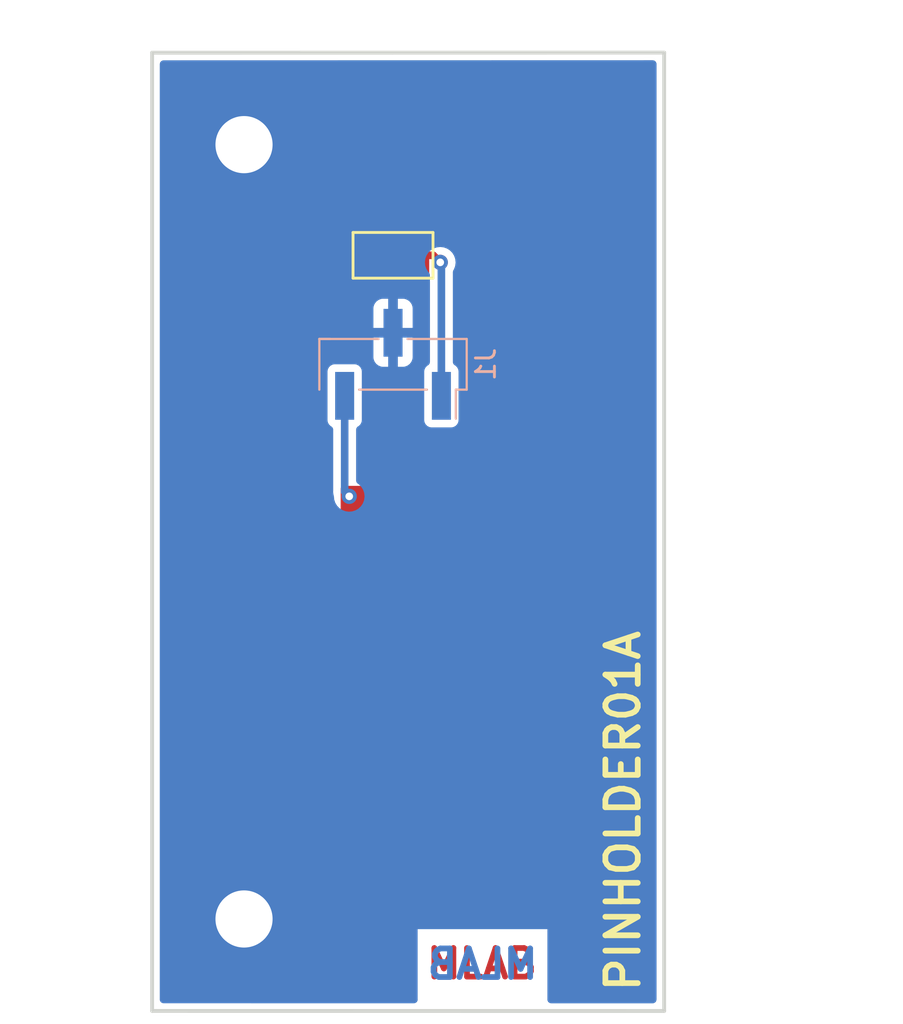
<source format=kicad_pcb>
(kicad_pcb (version 20211014) (generator pcbnew)
  (title_block (title "PINHOLDER01A") (date "2023-04-12") (rev "01A") (company "www.mlab.cz"))
  (layers (0 "F.Cu" signal) (31 "B.Cu" signal) (34 "B.Paste" user) (35 "F.Paste" user) (36 "B.SilkS" user "B.Silkscreen") (37 "F.SilkS" user "F.Silkscreen") (38 "B.Mask" user) (39 "F.Mask" user) (44 "Edge.Cuts" user))
  (net 0 "")
  (net 1 "/circle_0")
  (net 2 "GND")
  (net 3 "Net-(J1-Pad1)")
  (footprint "Mlab_Mechanical:MountingHole_3mm" (layer "F.Cu") (at 114.175179 70.341146)
    (fp_text reference "M3" hide)
    (fp_text value "HOLE" hide)
    (pad "1" thru_hole circle locked (at 0 0) (size 6 6) (drill 3) (layers F&B.Cu *.Adhes *.Mask) (net 2 "GND") (clearance 1))
  )
  (footprint "Mlab_Mechanical:MountingHole_3mm" (layer "F.Cu") (at 114.175179 110.981146)
    (fp_text reference "M4" hide)
    (fp_text value "HOLE" hide)
    (pad "1" thru_hole circle locked (at 0 0) (size 6 6) (drill 3) (layers F&B.Cu *.Adhes *.Mask) (net 2 "GND") (clearance 1))
  )
  (footprint "Mlab_CON:TestPoint_Pad_D0.5mm_noSilk" (layer "F.Cu") (at 120.75 90.75 90)
    (property "Value" "TestPoint")
    (fp_text reference "TP1" hide)
    (fp_text value "TestPoint" hide)
    (pad "1" smd circle (at 0 0 90) (size 0.5099 0.5099) (layers "F.Cu" "F.Mask") (net 1 "/circle_0"))
  )
  (footprint "TestPoint:TestPoint_Keystone_5019_Minature" (layer "F.Cu") (at 122 76.15 180)
    (property "Value" "TestPoint")
    (fp_text reference "TP2" hide)
    (fp_text value "TestPoint" hide)
    (fp_line (start -2.1 -1.2) (end 2.1 -1.2) (layer "F.SilkS") (width 0.15))
    (fp_line (start -2.1 1.2) (end -2.1 -1.2) (layer "F.SilkS") (width 0.15))
    (fp_line (start 2.1 -1.2) (end 2.1 1.2) (layer "F.SilkS") (width 0.15))
    (fp_line (start 2.1 1.2) (end -2.1 1.2) (layer "F.SilkS") (width 0.15))
    (pad "1" smd rect (at 0 0 180) (size 3.8 2) (layers "F.Cu" "F.Paste" "F.Mask") (net 3 "Net-(J1-Pad1)"))
  )
  (footprint "Connector_PinHeader_2.54mm:PinHeader_1x03_P2.54mm_Vertical_SMD_Pin1Left" (layer "B.Cu") (at 122 81.87 90)
    (fp_text reference "J1" (at 0 4.87 90) (layer "B.SilkS") (effects (justify mirror)))
    (fp_text value "HEADER_1x03")
    (fp_line (start -1.33 -3.87) (end 1.33 -3.87) (layer "B.SilkS") (width 0.12))
    (fp_line (start -1.33 1.78) (end -1.33 -1.78) (layer "B.SilkS") (width 0.12))
    (fp_line (start -1.33 3.87) (end 1.33 3.87) (layer "B.SilkS") (width 0.12))
    (fp_line (start -1.33 3.87) (end -1.33 3.3) (layer "B.SilkS") (width 0.12))
    (fp_line (start 1.33 -0.76) (end 1.33 -3.87) (layer "B.SilkS") (width 0.12))
    (fp_line (start 1.33 -3.3) (end 1.33 -3.87) (layer "B.SilkS") (width 0.12))
    (fp_line (start -1.33 3.3) (end -2.85 3.3) (layer "B.SilkS") (width 0.12))
    (fp_line (start 1.33 3.87) (end 1.33 0.76) (layer "B.SilkS") (width 0.12))
    (pad "1" smd rect locked (at -1.655 2.54 90) (size 2.51 1) (layers "B.Cu" "B.Paste" "B.Mask") (net 3 "Net-(J1-Pad1)"))
    (pad "2" smd rect locked (at 1.655 0 90) (size 2.51 1) (layers "B.Cu" "B.Paste" "B.Mask") (net 2 "GND"))
    (pad "3" smd rect locked (at -1.655 -2.54 90) (size 2.51 1) (layers "B.Cu" "B.Paste" "B.Mask") (net 1 "/circle_0"))
  )
  (gr_line (start 136.24 115.81) (end 136.24 65.51) (layer "Edge.Cuts") (width 0.2))
  (gr_line (start 109.349179 115.807146) (end 109.349179 65.515146) (layer "Edge.Cuts") (width 0.2))
  (gr_line (start 109.349179 115.807146) (end 136.24 115.81) (layer "Edge.Cuts") (width 0.2))
  (gr_line (start 109.349179 65.515146) (end 136.24 65.51) (layer "Edge.Cuts") (width 0.2))
  (gr_text "MLAB" (at 126.670347 113.327745) (layer "F.Cu") (effects (font (size 1.5 1.5) (thickness 0.3))))
  (gr_text "MLAB" (at 126.7 113.35) (layer "B.Cu") (effects (font (size 1.5 1.5) (thickness 0.3)) (justify mirror)))
  (gr_text "PINHOLDER01A" (at 134.08 105.32 90) (layer "F.SilkS") (effects (font (size 1.7 1.7) (thickness 0.3))))
  (via (at 119.7 88.8) (size 0.8) (drill 0.4) (layers "F.Cu" "B.Cu") (net 1))
  (segment (start 119.7 88.8) (end 119.46 88.56) (width 0.4) (layer "B.Cu") (net 1))
  (segment (start 119.46 88.56) (end 119.46 83.525) (width 0.4) (layer "B.Cu") (net 1))
  (segment (start 124.48 76.52) (end 124.11 76.15) (width 0.4) (layer "F.Cu") (net 3))
  (segment (start 124.11 76.15) (end 122 76.15) (width 0.4) (layer "F.Cu") (net 3))
  (via (at 124.48 76.52) (size 0.8) (drill 0.4) (layers "F.Cu" "B.Cu") (net 3))
  (segment (start 124.54 76.58) (end 124.48 76.52) (width 0.4) (layer "B.Cu") (net 3))
  (segment (start 124.54 83.525) (end 124.54 76.58) (width 0.4) (layer "B.Cu") (net 3))
  (zone (net 1) (net_name "/circle_0") (layer "F.Cu") (name "circle_0") (priority 10) (connect_pads yes (clearance 0.508)) (min_thickness 0.254) (fill yes (thermal_gap 0.508) (thermal_bridge_width 0.508))
    (polygon (pts (xy 124.25 88.25) (xy 124.25 93.25) (xy 119.25 93.25) (xy 119.25 88.25)))
  )
  (zone (net 2) (net_name "GND") (layer "B.Cu") (connect_pads (clearance 0.4)) (min_thickness 0.4) (fill yes (thermal_gap 0.53) (thermal_bridge_width 0.508))
    (polygon (pts (xy 147.36 115.75) (xy 101.36 115.75) (xy 101.36 62.75) (xy 147.36 62.75)))
  )
)
</source>
